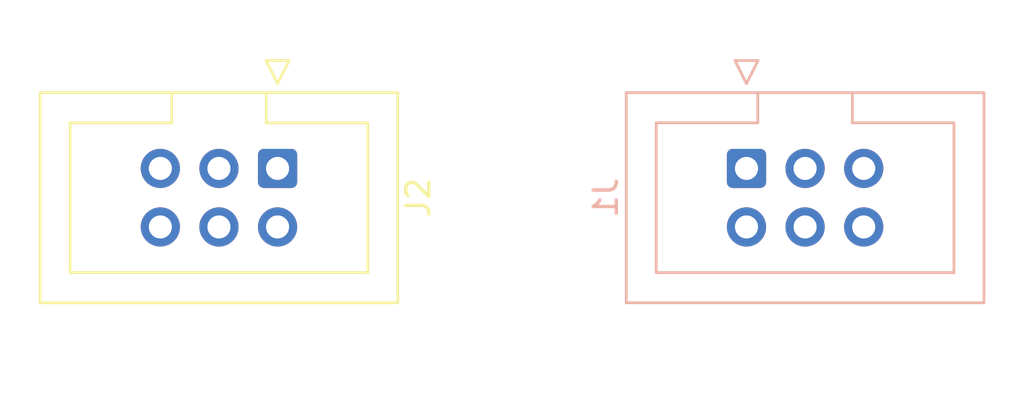
<source format=kicad_pcb>
(kicad_pcb (version 20240108) (generator "pcbnew") (generator_version "8.0")
  (layers (0 "F.Cu" signal) (31 "B.Cu" signal) (34 "B.Paste" user) (35 "F.Paste" user) (36 "B.SilkS" user "B.Silkscreen") (37 "F.SilkS" user "F.Silkscreen") (38 "B.Mask" user) (39 "F.Mask" user) (44 "Edge.Cuts" user))
  (net 0 "")
  (net 1 "/GPIOA")
  (net 2 "/SDA")
  (net 3 "+3.3V")
  (net 4 "/GPIOB")
  (net 5 "/SCL")
  (net 6 "GND")
  (net 7 "/GPIOA1")
  (net 8 "/GPIOB2")
  (footprint "Connector_IDC:IDC-Header_2x03_P2.54mm_Vertical" (layer "F.Cu") (at 129.54 74.93 -90)
    (property "Reference" "J2" (at 1.27 -6.1 90) (layer "F.SilkS"))
    (property "Value" "Conn_02x03_Odd_Even")
    (fp_line (start -3.29 10.29) (end -3.29 -5.21) (stroke (width 0.12)) (layer "F.SilkS"))
    (fp_line (start 5.83 10.29) (end -3.29 10.29) (stroke (width 0.12)) (layer "F.SilkS"))
    (fp_line (start -1.98 8.99) (end -1.98 4.59) (stroke (width 0.12)) (layer "F.SilkS"))
    (fp_line (start 4.52 8.99) (end -1.98 8.99) (stroke (width 0.12)) (layer "F.SilkS"))
    (fp_line (start -1.98 4.59) (end -3.29 4.59) (stroke (width 0.12)) (layer "F.SilkS"))
    (fp_line (start -1.98 4.59) (end -1.98 4.59) (stroke (width 0.12)) (layer "F.SilkS"))
    (fp_line (start -4.68 0.5) (end -3.68 0) (stroke (width 0.12)) (layer "F.SilkS"))
    (fp_line (start -3.29 0.49) (end -1.98 0.49) (stroke (width 0.12)) (layer "F.SilkS"))
    (fp_line (start -1.98 0.49) (end -1.98 -3.91) (stroke (width 0.12)) (layer "F.SilkS"))
    (fp_line (start -3.68 0) (end -4.68 -0.5) (stroke (width 0.12)) (layer "F.SilkS"))
    (fp_line (start -4.68 -0.5) (end -4.68 0.5) (stroke (width 0.12)) (layer "F.SilkS"))
    (fp_line (start -1.98 -3.91) (end 4.52 -3.91) (stroke (width 0.12)) (layer "F.SilkS"))
    (fp_line (start 4.52 -3.91) (end 4.52 8.99) (stroke (width 0.12)) (layer "F.SilkS"))
    (fp_line (start -3.29 -5.21) (end 5.83 -5.21) (stroke (width 0.12)) (layer "F.SilkS"))
    (fp_line (start 5.83 -5.21) (end 5.83 10.29) (stroke (width 0.12)) (layer "F.SilkS"))
    (pad "1" thru_hole roundrect (at 0 0 270) (size 1.7 1.7) (drill 1) (layers "*.Cu" "*.Mask") (roundrect_rratio 0.147059) (net 7 "/GPIOA1"))
    (pad "2" thru_hole circle (at 2.54 0 270) (size 1.7 1.7) (drill 1) (layers "*.Cu" "*.Mask") (net 8 "/GPIOB2"))
    (pad "3" thru_hole circle (at 0 2.54 270) (size 1.7 1.7) (drill 1) (layers "*.Cu" "*.Mask") (net 2 "/SDA"))
    (pad "4" thru_hole circle (at 2.54 2.54 270) (size 1.7 1.7) (drill 1) (layers "*.Cu" "*.Mask") (net 5 "/SCL"))
    (pad "5" thru_hole circle (at 0 5.08 270) (size 1.7 1.7) (drill 1) (layers "*.Cu" "*.Mask") (net 3 "+3.3V"))
    (pad "6" thru_hole circle (at 2.54 5.08 270) (size 1.7 1.7) (drill 1) (layers "*.Cu" "*.Mask") (net 6 "GND"))
  )
  (footprint "Connector_IDC:IDC-Header_2x03_P2.54mm_Vertical" (layer "B.Cu") (at 149.86 74.93 -90)
    (property "Reference" "J1" (at 1.27 6.1 90) (layer "B.SilkS") (effects (justify mirror)))
    (property "Value" "Conn_02x03_Odd_Even")
    (fp_line (start -3.29 5.21) (end -3.29 -10.29) (stroke (width 0.12)) (layer "B.SilkS"))
    (fp_line (start 5.83 5.21) (end -3.29 5.21) (stroke (width 0.12)) (layer "B.SilkS"))
    (fp_line (start -1.98 3.91) (end -1.98 -0.49) (stroke (width 0.12)) (layer "B.SilkS"))
    (fp_line (start 4.52 3.91) (end -1.98 3.91) (stroke (width 0.12)) (layer "B.SilkS"))
    (fp_line (start -4.68 0.5) (end -3.68 0) (stroke (width 0.12)) (layer "B.SilkS"))
    (fp_line (start -3.68 0) (end -4.68 -0.5) (stroke (width 0.12)) (layer "B.SilkS"))
    (fp_line (start -1.98 -0.49) (end -3.29 -0.49) (stroke (width 0.12)) (layer "B.SilkS"))
    (fp_line (start -4.68 -0.5) (end -4.68 0.5) (stroke (width 0.12)) (layer "B.SilkS"))
    (fp_line (start -3.29 -4.59) (end -1.98 -4.59) (stroke (width 0.12)) (layer "B.SilkS"))
    (fp_line (start -1.98 -4.59) (end -1.98 -4.59) (stroke (width 0.12)) (layer "B.SilkS"))
    (fp_line (start -1.98 -4.59) (end -1.98 -8.99) (stroke (width 0.12)) (layer "B.SilkS"))
    (fp_line (start -1.98 -8.99) (end 4.52 -8.99) (stroke (width 0.12)) (layer "B.SilkS"))
    (fp_line (start 4.52 -8.99) (end 4.52 3.91) (stroke (width 0.12)) (layer "B.SilkS"))
    (fp_line (start -3.29 -10.29) (end 5.83 -10.29) (stroke (width 0.12)) (layer "B.SilkS"))
    (fp_line (start 5.83 -10.29) (end 5.83 5.21) (stroke (width 0.12)) (layer "B.SilkS"))
    (pad "1" thru_hole roundrect (at 0 0 270) (size 1.7 1.7) (drill 1) (layers "*.Cu" "*.Mask") (roundrect_rratio 0.147059) (net 3 "+3.3V"))
    (pad "2" thru_hole circle (at 2.54 0 270) (size 1.7 1.7) (drill 1) (layers "*.Cu" "*.Mask") (net 6 "GND"))
    (pad "3" thru_hole circle (at 0 -2.54 270) (size 1.7 1.7) (drill 1) (layers "*.Cu" "*.Mask") (net 2 "/SDA"))
    (pad "4" thru_hole circle (at 2.54 -2.54 270) (size 1.7 1.7) (drill 1) (layers "*.Cu" "*.Mask") (net 5 "/SCL"))
    (pad "5" thru_hole circle (at 0 -5.08 270) (size 1.7 1.7) (drill 1) (layers "*.Cu" "*.Mask") (net 1 "/GPIOA"))
    (pad "6" thru_hole circle (at 2.54 -5.08 270) (size 1.7 1.7) (drill 1) (layers "*.Cu" "*.Mask") (net 4 "/GPIOB"))
  )
)
</source>
